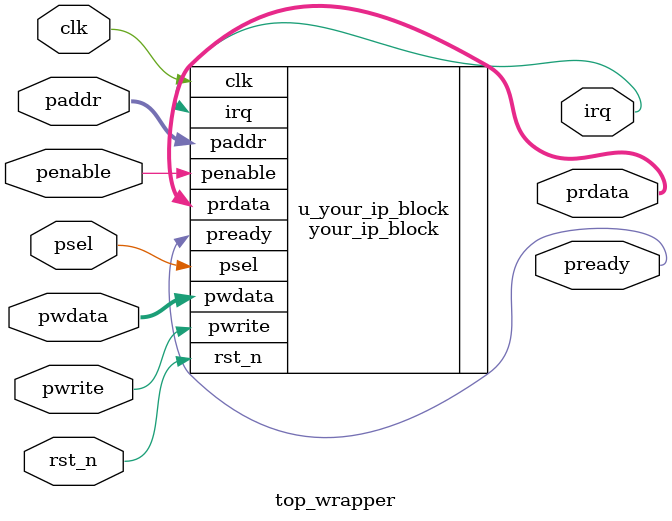
<source format=sv>

/*
 * countdown timer IP uses an APB slave interface with clock/reset and an IRQ output, 
 * this top_wrapper.sv wraps around that interface and expose it at the top level. 
 */

`timescale 1ns / 1ps

module top_wrapper #(
    parameter int WIDTH = 16,
    parameter bit ONE_SHOT = 0
)(
    input  logic        clk,
    input  logic        rst_n,

    // APB Interface (Slave)
    input  logic        psel,
    input  logic        penable,
    input  logic        pwrite,
    input  logic [15:0] paddr,
    input  logic [31:0] pwdata,
    output logic [31:0] prdata,
    output logic        pready,

    // Interrupt Output
    output logic irq
);

    // Instantiate your IP block
    your_ip_block #(
        .WIDTH(WIDTH),
        .ONE_SHOT(ONE_SHOT)
    ) u_your_ip_block (
        .clk     (clk),
        .rst_n   (rst_n),
        .psel    (psel),
        .penable (penable),
        .pwrite  (pwrite),
        .paddr   (paddr),
        .pwdata  (pwdata),
        .prdata  (prdata),
        .pready  (pready),
        .irq     (irq)
    );

endmodule

</source>
